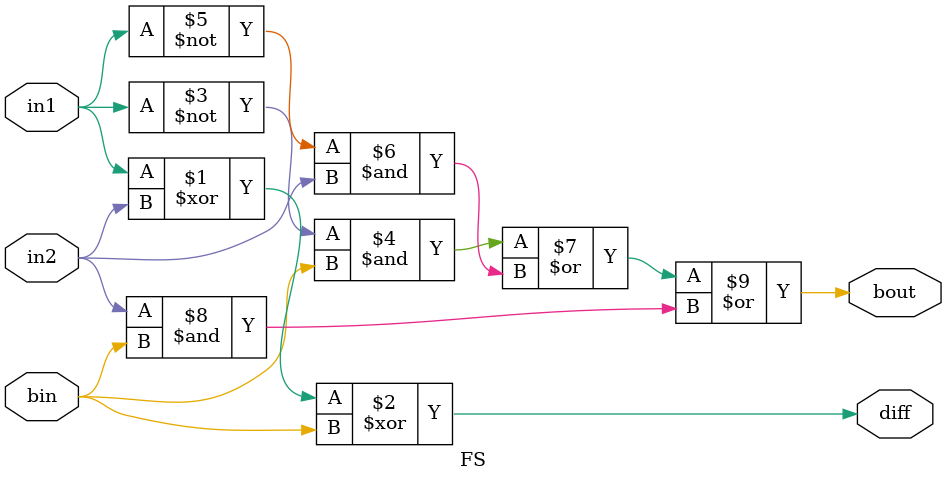
<source format=v>


// input              clk, rst_n, in_valid;
// input       [1:0]   mode;
// input       [7:0]   xi, yi;  

// output reg          out_valid;
// output reg  [7:0]   xo, yo;
// //==============================================//
// //             Parameter and Integer            //
// //==============================================//
// parameter IDLE = 3'd0, INPUT = 3'd1, MODE0 = 3'd2, MODE1 = 3'd3, MODE2 = 3'd4 ;



// //==============================================//
// //            FSM State Declaration             //
// //==============================================//
// reg [2:0] curr_state, next_state ;

// //==============================================//
// //             reg & wire declaration           //
// //==============================================//
// reg signed [7:0] x_input [0:3] ;
// reg signed [7:0] y_input [0:3] ;
// reg [1:0] mode_input ;
// reg signed [8:0] count_row ;
// reg signed [7:0] out_row, out_col ;
 
// wire start_no_remainder, final_no_remainder ;
// wire signed [8:0] nominator, dominator_l, dominator_r ;
// wire signed [8:0] add_start_point1, add_final_point1 ;
// wire signed [8:0] add_start_point, add_final_point ;
// wire signed [7:0] start_point, final_point ;

// //==============================================//
// //             Current State Block              //
// //==============================================//
// always @ (posedge clk or negedge rst_n) begin 
	// if (!rst_n) curr_state <= IDLE ;
	// else curr_state <= next_state ;
// end


// //==============================================//
// //              Next State Block                //
// //==============================================//
// always @ (*) begin 
	// case (curr_state)
		// IDLE : next_state = (in_valid) ? INPUT : IDLE ; 
		
		// INPUT: begin 
			// if (in_valid) next_state = INPUT ;
			// else if (mode_input == 0) next_state = MODE0 ;
			// else if (mode_input == 1) next_state = MODE1 ;
			// else next_state = MODE2 ;
		// end
		// MODE0: begin 
			// if (out_row == y_input[3] && out_col == final_point) next_state = IDLE ;
			// else next_state = MODE0 ;
		// end
		// MODE1: begin
			// next_state = IDLE ;
		// end
		// MODE2 : begin 
			// next_state = IDLE ;
		// end
		// default : next_state = IDLE ;
	// endcase 
// end

// //==============================================//
// //                  Input Block                 //
// //==============================================//

// // x_input[0:3] => xdr, xdl, xur, xul / d1, c1, b1, a1
// // y_input[0:3] => yd, yd, yu, yu     / d2, c2, b2, a2
// always @ (posedge  clk or negedge rst_n) begin 
	// if (!rst_n) begin 
		// x_input[0] <= 0 ;
		// y_input[0] <= 0 ;
		// x_input[1] <= 0 ;
		// y_input[1] <= 0 ;
		// x_input[2] <= 0 ;
		// y_input[2] <= 0 ;
		// x_input[3] <= 0 ;
		// y_input[3] <= 0 ;
		// mode_input <= 0 ;
	// end
	// else if (in_valid) begin 
		// x_input[0] <= xi ;
		// y_input[0] <= yi ;
		// x_input[1] <= x_input[0] ;
		// y_input[1] <= y_input[0] ;
		// x_input[2] <= x_input[1] ;
		// y_input[2] <= y_input[1] ;
		// x_input[3] <= x_input[2] ;
		// y_input[3] <= y_input[2] ;
		// mode_input <= mode ;
	// end
	// else begin 
		// x_input[0] <= x_input[0] ;
		// y_input[0] <= y_input[0] ;
		// x_input[1] <= x_input[1] ;
		// y_input[1] <= y_input[1] ;
		// x_input[2] <= x_input[2] ;
		// y_input[2] <= y_input[2] ;
		// x_input[3] <= x_input[3] ;
		// y_input[3] <= y_input[3] ;
		// mode_input <= mode_input ;
	// end
// end

// //==============================================//
// //              Calculation Block1              //
// //==============================================//
// always @ (posedge clk or negedge rst_n) begin 
	// if (!rst_n) count_row <= 0 ;
	// else if ( next_state == IDLE) count_row <= 0 ;
	// else if (out_col == final_point) count_row <= count_row + 1 ;
	// else count_row <= count_row ;
// end

// always @ (posedge clk or negedge rst_n) begin 
	// if (!rst_n) out_row <= 0 ;
	// else if ( next_state == IDLE) out_row <= 0 ;
	// else if (next_state == INPUT) out_row <= yi ; // initial start row to bottom 
	// else if (out_col == final_point) out_row <= out_row + 1 ;
	// else out_row <= out_row ;
// end

// always @ (posedge clk or negedge rst_n) begin 
	// if (!rst_n) out_col <= 0 ;
	// else if (next_state == INPUT || next_state == IDLE) out_col <= 0 ;
	// else if (curr_state == INPUT) out_col <= x_input[1] ;
	// else if (out_col != final_point) out_col <= out_col + 1 ;
	// else out_col <= start_point ;
// end

// Cal_Slope   c0 (x_input[3], x_input[1], x_input[2], x_input[0], y_input[2], y_input[1], nominator, dominator_r, dominator_l) ;
// row_slope   r0 (nominator, dominator_l, (count_row + 9'd1), add_start_point1, start_no_remainder) ;
// row_slope   r1 (nominator, dominator_r, count_row, add_final_point1, final_no_remainder) ;
// assign add_start_point = (nominator[8] == dominator_l[8] || start_no_remainder) ? add_start_point1 : add_start_point1 - 1 ;
// assign add_final_point = (nominator[8] == dominator_r[8] || final_no_remainder) ? add_final_point1 : add_final_point1 - 1 ;
// assign start_point = x_input[1] + add_start_point ;
// assign final_point = x_input[0] + add_final_point ;


// //==============================================//
// //              Calculation Block2              //
// //==============================================//

// wire signed [8:0] a1_minus, a2_minus ;
// wire signed [7:0] a1_target, a2_target ;
// wire signed [7:0] mux_out1, mux_out2 ;
// wire signed [8:0] b2_minus_d2, b1_minus_d1 ;
// wire signed [8:0] multi_target1, multi_target2 ;
// wire signed [7:0] twos_comple ;
// wire signed [16:0] multi_result1, multi_result2 ;
// wire signed [16:0] add_result ;
// wire signed [15:0] final_result ;
// wire signed [11:0] poly_c ; 
// wire signed [15:0] square_c1_minus_d1, square_c2_minus_d2 ;
// wire signed [15:0] square_a, square_b ;
// wire signed [15:0] dominator ;
// wire signed [30:0] dominator_squ ;
// wire signed [30:0] compare ;

// assign a1_target = (mode_input == 1) ? x_input[2] : x_input[1] ;
// assign a2_target = (mode_input == 1) ? y_input[2] : y_input[1] ;
// assign a1_minus = a1_target - x_input[3] ;
// assign a2_minus = a2_target - y_input[3] ;
// assign mux_out1 = (mode_input == 1) ? y_input[1] : y_input[2] ;
// assign mux_out2 = (mode_input == 1) ? x_input[1] : x_input[2] ;
// assign b2_minus_d2 = mux_out1 - y_input[0] ;
// assign b1_minus_d1 = mux_out2 - x_input[0] ;
// assign multi_target1 = (mode_input == 1) ? y_input[3] : b2_minus_d2 ;
// assign multi_target2 = (mode_input == 1) ? x_input[3] : b1_minus_d1 ;
// assign multi_result1 = multi_target1 * a1_minus ;
// assign multi_result2 = multi_target2 * a2_minus ;
// assign add_result = multi_result1 - multi_result2 ;
// assign final_result = (add_result[16] == 1) ? (~(add_result) + 1) >> 1 : add_result >> 1 ;
// assign poly_c = ~(add_result[11:0]) + 1 ;
// // square_LUT s0 (.in(b2_minus_d2), .squ_out(square_c2_minus_d2)) ;
// // square_LUT s1 (.in(b1_minus_d1), .squ_out(square_c1_minus_d1)) ;
// // square_LUT s2 (.in(a1_minus), .squ_out(square_a)) ;
// // square_LUT s3 (.in(a2_minus), .squ_out(square_b)) ;
// assign square_c2_minus_d2 = b2_minus_d2 * b2_minus_d2 ;
// assign square_c1_minus_d1 = b1_minus_d1 * b1_minus_d1 ;
// assign square_a = a1_minus * a1_minus ;
// assign square_b = a2_minus * a2_minus ;
// assign dominator = (a2_minus * x_input[1]) - (a1_minus * y_input[1]) - poly_c ;
// assign dominator_squ = dominator * dominator ;
// assign compare = (square_a + square_b) * (square_c1_minus_d1 + square_c2_minus_d2) ;


// //==============================================//
// //              Calculation Block3              //
// //==============================================//





// //==============================================//
// //                Output Block                  //
// //==============================================//

// always @ (posedge clk or negedge rst_n) begin 
	// if (!rst_n) out_valid <= 0 ;
	// else if (curr_state == MODE0 || next_state == MODE1 || next_state == MODE2) out_valid <= 1 ;
	// else out_valid <= 0 ;
// end

// always @ (posedge clk or negedge rst_n) begin 
	// if (!rst_n) begin 
		// xo <= 0 ;
		// yo <= 0 ;
	// end
	// else if (curr_state == MODE0) begin 
		// xo <= out_col ;
		// yo <= out_row ;
	// end
	// else if (next_state == MODE1) begin
		// if (dominator_squ > compare) begin 
			// xo <= 0 ;
			// yo <= 0 ;
		// end
		// else if (dominator_squ == compare) begin 
			// xo <= 0 ;
			// yo <= 2 ;
		// end
		// else begin 
			// xo <= 0 ;
			// yo <= 1 ;
		// end
	// end
	// else if (next_state == MODE2) begin 
		// xo <= final_result[15:8] ;
		// yo <= final_result[7:0] ;
	// end
	// else begin 
		// xo <= 0 ;
		// yo <= 0 ;
	// end
// end

// endmodule 


// module Cal_Slope (xul, xdl, xur, xdr, yu, yd, nominator, dominator_r, dominator_l) ;

// input  signed [7:0] xul, xdl, xur, xdr, yu, yd ;
// output signed [8:0] nominator, dominator_l, dominator_r ;

// assign nominator = yd - yu ;
// assign dominator_l =  xdl - xul ;
// assign dominator_r = xdr - xur ;

// endmodule

// module row_slope (nominator, dominator, row_count, add_point, no_remainder) ;

// input  signed [8:0] nominator, dominator ;
// input  signed [8:0] row_count ;
// output signed [8:0] add_point ;
// output no_remainder ;

// wire signed [18:0] temp ;

// assign temp = (dominator * row_count) ;
// assign add_point = temp / nominator ;
// assign no_remainder = (temp % nominator == 0) ? 1 : 0 ; 

// endmodule

// module square_LUT (in, squ_out) ;

// input  signed [7:0] in ;
// output reg [15:0] squ_out ;

// always @ (*) begin 
	// case (in)
		// -8'd1, 8'd1 : squ_out= 1 ;
		// -8'd2, 8'd2 : squ_out = 4 ; 
		// -8'd3, 8'd3 : squ_out= 9 ;
		// -8'd4, 8'd4 : squ_out = 16 ;
		// -8'd5, 8'd5 : squ_out= 25 ;
		// -8'd6, 8'd6 : squ_out = 36 ;
		// -8'd7, 8'd7 : squ_out= 49 ;
		// -8'd8, 8'd8 : squ_out = 64 ;
		// -8'd9, 8'd9 : squ_out= 81 ;
		// -8'd10, 8'd10 : squ_out = 100 ;
		// -8'd11, 8'd11 : squ_out= 121 ;
		// -8'd12, 8'd12 : squ_out = 144 ;
		// -8'd13, 8'd13 : squ_out= 169 ;
		// -8'd14, 8'd14 : squ_out = 196 ;
		// -8'd15, 8'd15 : squ_out= 225 ;
		// -8'd16, 8'd16 : squ_out = 256 ;
		// -8'd17, 8'd17 : squ_out= 289 ;
		// -8'd18, 8'd18 : squ_out = 324 ;
		// -8'd19, 8'd19 : squ_out = 361 ;
		// -8'd20, 8'd20 : squ_out = 400 ;
		// -8'd21, 8'd21 : squ_out= 441 ;
		// -8'd22, 8'd22 : squ_out = 484 ;
		// -8'd23, 8'd23 : squ_out= 529 ;
		// -8'd24, 8'd24 : squ_out = 576 ;
		// -8'd25, 8'd25 : squ_out= 625 ;
		// -8'd26, 8'd26 : squ_out = 676 ;
		// -8'd27, 8'd27 : squ_out= 729 ;
		// -8'd28, 8'd28 : squ_out = 784 ;
		// -8'd29, 8'd29 : squ_out = 841 ;
		// -8'd30, 8'd30 : squ_out = 900 ;
		// -8'd31, 8'd31 : squ_out= 961 ;
		// -8'd32, 8'd32 : squ_out = 1024 ;
		// -8'd33, 8'd33 : squ_out= 1089 ;
		// -8'd34, 8'd34 : squ_out = 1156 ;
		// -8'd35, 8'd35 : squ_out= 1225 ;
		// -8'd36, 8'd36 : squ_out = 1296 ;
		// -8'd37, 8'd37 : squ_out= 1369 ;
		// -8'd38, 8'd38 : squ_out = 1444 ;
		// -8'd39, 8'd39 : squ_out = 1521 ;
		// -8'd40, 8'd40 : squ_out = 1600 ;
		// -8'd41, 8'd41 : squ_out= 1681 ;
		// -8'd42, 8'd42 : squ_out = 1764 ;
		// -8'd43, 8'd43 : squ_out= 1849 ;
		// -8'd44, 8'd44 : squ_out = 1936 ;
		// -8'd45, 8'd45 : squ_out= 2025 ;
		// -8'd46, 8'd46 : squ_out = 2116 ;
		// -8'd47, 8'd47 : squ_out= 2209 ;
		// -8'd48, 8'd48 : squ_out = 2304 ;
		// -8'd49, 8'd49 : squ_out = 2401 ;
		// default : squ_out = 0 ;
	// endcase
// end



// endmodule
















module CC(
    //Input Port
    clk,
    rst_n,
	in_valid,
	mode,
    xi,
    yi,

    //Output Port
    out_valid,
	xo,
	yo
    );

input              clk, rst_n, in_valid;
input       [1:0]   mode;
input       [7:0]   xi, yi;  

output reg          out_valid;
output reg  [7:0]   xo, yo;
//==============================================//
//             Parameter and Integer            //
//==============================================//
parameter IDLE = 3'd0, INPUT = 3'd1, MODE0 = 3'd2, MODE1 = 3'd3, MODE2 = 3'd4 ;



//==============================================//
//            FSM State Declaration             //
//==============================================//
reg [2:0] curr_state, next_state ;

//==============================================//
//             reg & wire declaration           //
//==============================================//
reg [1:0] mode_input ;
reg signed [7:0] x_input [0:3] ;
reg signed [7:0] y_input [0:3] ;
reg signed [7:0] start_count_row, final_count_row ;
reg signed [7:0] out_row, out_col ;

wire start_no_remainder, final_no_remainder ;
wire [8:0] pos_nominator, pos_dominator_l, pos_dominator_r ;
wire signed [8:0] nominator, dominator_l, dominator_r ;
reg  signed [7:0] add_start_point1, add_final_point1 ;
wire signed [7:0] temp_add_start_point, temp_add_final_point ;
wire signed [7:0] add_start_point, add_final_point ;
wire signed [7:0] start_point, final_point ;
wire signed [8:0] temp_ans1, temp_ans2 ;
wire signed [7:0] temp_ans3, temp_ans4 ;
wire signed [8:0] update_value_l, update_value_r ;
wire signed [8:0] remain_l, remain_r ;

//==============================================//
//             Current State Block              //
//==============================================//
always @ (posedge clk or negedge rst_n) begin 
	if (!rst_n) curr_state <= IDLE ;
	else curr_state <= next_state ;
end


//==============================================//
//              Next State Block                //
//==============================================//
always @ (*) begin 
	case (curr_state)
		IDLE : next_state = (in_valid) ? INPUT : IDLE ; 
		
		INPUT: begin 
			if (in_valid) next_state = INPUT ;
			else if (mode_input == 0) next_state = MODE0 ;
			else if (mode_input == 1) next_state = MODE1 ;
			else next_state = MODE2 ;
		end
		MODE0: begin 
			if (out_row == y_input[3] && out_col == final_point) next_state = IDLE ;
			else next_state = MODE0 ;
		end
		MODE1: begin
			next_state = IDLE ;
		end
		MODE2 : begin 
			next_state = IDLE ;
		end
		default : next_state = IDLE ;
	endcase 
end

//==============================================//
//                  Input Block                 //
//==============================================//

// x_input[0:3] => xdr, xdl, xur, xul / d1, c1, b1, a1
// y_input[0:3] => yd, yd, yu, yu     / d2, c2, b2, a2
always @ (posedge  clk or negedge rst_n) begin 
	if (!rst_n) begin 
		x_input[0] <= 0 ;
		y_input[0] <= 0 ;
		x_input[1] <= 0 ;
		y_input[1] <= 0 ;
		x_input[2] <= 0 ;
		y_input[2] <= 0 ;
		x_input[3] <= 0 ;
		y_input[3] <= 0 ;
		mode_input <= 0 ;
	end
	else if (in_valid) begin 
		x_input[0] <= xi ;
		y_input[0] <= yi ;
		x_input[1] <= x_input[0] ;
		y_input[1] <= y_input[0] ;
		x_input[2] <= x_input[1] ;
		y_input[2] <= y_input[1] ;
		x_input[3] <= x_input[2] ;
		y_input[3] <= y_input[2] ;
		mode_input <= mode ;
	end
	else begin 
		x_input[0] <= x_input[0] ;
		y_input[0] <= y_input[0] ;
		x_input[1] <= x_input[1] ;
		y_input[1] <= y_input[1] ;
		x_input[2] <= x_input[2] ;
		y_input[2] <= y_input[2] ;
		x_input[3] <= x_input[3] ;
		y_input[3] <= y_input[3] ;
		mode_input <= mode_input ;
	end
end

//==============================================//
//              Calculation Block1              //
//==============================================//
always @ (posedge clk or negedge rst_n) begin 
	if (!rst_n) start_count_row <= 0 ;
	else if (curr_state == IDLE) begin 
		start_count_row <= 0 ;
	end
	else if ((next_state == MODE0 && (curr_state == INPUT || out_col == final_point))) begin 
		if ((start_count_row + pos_dominator_l) >= pos_nominator) start_count_row <= remain_l ;
		else start_count_row <= start_count_row + pos_dominator_l ;
	end
	else begin 
		start_count_row <= start_count_row ;
	end
end

always @ (posedge clk or negedge rst_n) begin 
	if (!rst_n) final_count_row <= 0 ;
	else if (curr_state == INPUT) final_count_row <= 0 ;
	else if (out_col == final_point) begin 
		if ((final_count_row + pos_dominator_r) >= pos_nominator ) final_count_row <= remain_r ;
		else final_count_row <= final_count_row + pos_dominator_r ;
	end
	else begin 
		final_count_row <= final_count_row ;
	end
end

always @ (posedge clk or negedge rst_n) begin
	if (!rst_n) add_start_point1 <= 0 ;
	else if (curr_state == IDLE) begin 
		add_start_point1 <= 0 ;
	end
	else if ((next_state == MODE0 && (curr_state == INPUT || out_col == final_point))) begin 
		if ((start_count_row + pos_dominator_l) >= pos_nominator) begin 
			add_start_point1 <= add_start_point1 + update_value_l ;
		end
		else add_start_point1 <= add_start_point1 ;
	end
	else add_start_point1 <= add_start_point1 ; 
end

always @ (posedge clk or negedge rst_n) begin 
	if (!rst_n) add_final_point1 <= 0 ;
	else if (curr_state == INPUT) add_final_point1 <= 0 ; 
	else if (out_col == final_point) begin 
		if ((final_count_row + pos_dominator_r) >= pos_nominator ) begin 
			add_final_point1 <= add_final_point1 + update_value_r ;
		end
		else add_final_point1 <= add_final_point1 ;
	end
	else add_final_point1 <= add_final_point1 ;
end


always @ (posedge clk or negedge rst_n) begin 
	if (!rst_n) out_row <= 0 ;
	else if ( next_state == IDLE) out_row <= 0 ;
	else if (next_state == INPUT) out_row <= yi ; // initial start row to bottom 
	else if (out_col == final_point) out_row <= out_row + 1 ;
	else out_row <= out_row ;
end

always @ (posedge clk or negedge rst_n) begin 
	if (!rst_n) out_col <= 0 ;
	else if (next_state == INPUT) out_col <= x_input[0] ;
	else if (out_col != final_point) out_col <= out_col + 1 ;
	else out_col <= start_point ;
end

Cal_Slope   c0 (x_input[3], x_input[1], x_input[2], x_input[0], y_input[2], y_input[1], nominator, dominator_r, dominator_l) ;
assign pos_nominator = (nominator[8] == 1) ? -nominator : nominator ;
assign pos_dominator_l = (dominator_l[8] == 1) ? -dominator_l : dominator_l ;
assign pos_dominator_r = (dominator_r[8] == 1) ? -dominator_r : dominator_r ;
assign temp_ans1  = (start_count_row + pos_dominator_l) ;
assign temp_ans2  = (final_count_row + pos_dominator_r) ;
eight_divider e0 (.dividend(temp_ans1), .divisor(pos_nominator), .quotient(temp_ans3), .remain(remain_l)) ;
eight_divider e1 (.dividend(temp_ans2), .divisor(pos_nominator), .quotient(temp_ans4), .remain(remain_r)) ;
// assign temp_ans3 = temp_ans1 / pos_nominator ;
// assign temp_ans4 = temp_ans2 / pos_nominator ;
assign update_value_l  = (nominator[8] == dominator_l[8]) ? temp_ans3 : -temp_ans3 ;
assign update_value_r  = (nominator[8] == dominator_r[8]) ? temp_ans4 : -temp_ans4 ;

assign add_start_point = (nominator[8] == dominator_l[8] | start_count_row == 0) ? add_start_point1 : add_start_point1 - 1 ;
assign add_final_point = (nominator[8] == dominator_r[8] | final_count_row == 0) ? add_final_point1 : add_final_point1 - 1 ;
assign start_point = x_input[1] + add_start_point ;
assign final_point = x_input[0] + add_final_point ;


//==============================================//
//         Calculation Block2 & Block3          //
//==============================================//

wire signed [8:0] a1_minus, a2_minus ;
wire signed [7:0] a1_target, a2_target ;
wire signed [7:0] mux_out1, mux_out2 ;
wire signed [8:0] b2_minus_d2, b1_minus_d1 ;
wire signed [8:0] multi_target1, multi_target2 ;
wire signed [16:0] multi_result1, multi_result2 ;
wire signed [16:0] add_result ;
wire signed [16:0] final_result ;
wire signed [11:0] poly_c ; 
wire signed [12:0] square_c1_minus_d1, square_c2_minus_d2 ;
wire signed [12:0] square_a, square_b ;
wire signed [12:0] dominator ;
wire signed [24:0] dominator_squ ;
wire signed [24:0] compare ;
wire signed [16:0] temp_add ;
wire [5:0] temp_add1, temp_add2, temp_add3, temp_add4 ;

wire [5:0] pos_b2_minus_d2, pos_b1_minus_d1 ;
wire [5:0] pos_a1_minus, pos_a2_minus ;


assign a1_target = (mode_input == 1) ? x_input[2] : x_input[1] ;
assign a2_target = (mode_input == 1) ? y_input[2] : y_input[1] ;
assign a1_minus = a1_target - x_input[3] ;
assign a2_minus = a2_target - y_input[3] ;
assign mux_out1 = (mode_input == 1) ? y_input[1] : y_input[2] ;
assign mux_out2 = (mode_input == 1) ? x_input[1] : x_input[2] ;
assign b2_minus_d2 = mux_out1 - y_input[0] ;
assign b1_minus_d1 = mux_out2 - x_input[0] ;
assign multi_target1 = (mode_input == 1) ? y_input[3] : b2_minus_d2 ;
assign multi_target2 = (mode_input == 1) ? x_input[3] : b1_minus_d1 ;
assign multi_result1 = multi_target1 * a1_minus ;
assign multi_result2 = multi_target2 * a2_minus ;
assign add_result = multi_result1 - multi_result2 ;
Plus1 p0 (.in(~(add_result)), .out(temp_add)) ;
assign final_result = (add_result[16] == 1) ? temp_add[16:1] : add_result >> 1 ;
assign poly_c = ~(add_result[11:0]) + 1 ;

ninebit_Plus1 n0 (.in(~(a1_minus)), .out(temp_add1)) ;
ninebit_Plus1 n1 (.in(~(a2_minus)), .out(temp_add2)) ;
ninebit_Plus1 n2 (.in(~(b1_minus_d1)), .out(temp_add3)) ;
ninebit_Plus1 n3 (.in(~(b2_minus_d2)), .out(temp_add4)) ;
assign pos_a1_minus = (a1_minus[8] == 1) ? temp_add1 : a1_minus ;
assign pos_a2_minus = (a2_minus[8] == 1) ? temp_add2 : a2_minus ;
assign pos_b1_minus_d1 = (b1_minus_d1[8] == 1) ? temp_add3 : b1_minus_d1 ;
assign pos_b2_minus_d2 = (b2_minus_d2[8] == 1) ? temp_add4 : b2_minus_d2 ;
square_LUT s0 (.in(pos_b2_minus_d2), .squ_out(square_c2_minus_d2)) ;
square_LUT s1 (.in(pos_b1_minus_d1), .squ_out(square_c1_minus_d1)) ;
square_LUT s2 (.in(pos_a1_minus), .squ_out(square_a)) ;
square_LUT s3 (.in(pos_a2_minus), .squ_out(square_b)) ;
// assign square_c2_minus_d2 = pos_b2_minus_d2 * pos_b2_minus_d2 ;
// assign square_c1_minus_d1 = pos_b1_minus_d1 * pos_b1_minus_d1 ;
// assign square_a = pos_a1_minus * pos_a1_minus ;
// assign square_b = pos_a2_minus * pos_a2_minus ;
assign dominator = (a2_minus * x_input[1]) - (a1_minus * y_input[1]) - poly_c ;
assign dominator_squ = dominator * dominator ;
assign compare = (square_a + square_b) * (square_c1_minus_d1 + square_c2_minus_d2) ;

//==============================================//
//                Output Block                  //
//==============================================//

always @ (posedge clk or negedge rst_n) begin 
	if (!rst_n) out_valid <= 0 ;
	else if (next_state == MODE0 || curr_state == MODE0 || next_state == MODE1 || next_state == MODE2) out_valid <= 1 ;
	else out_valid <= 0 ;
end

always @ (posedge clk or negedge rst_n) begin 
	if (!rst_n) begin 
		xo <= 0 ;
		yo <= 0 ;
	end
	else if (next_state == MODE0 || curr_state == MODE0) begin 
		xo <= out_col ;
		yo <= out_row ;
	end
	else if (next_state == MODE1) begin
		if (dominator_squ > compare) begin 
			xo <= 0 ;
			yo <= 0 ;
		end
		else if (dominator_squ == compare) begin 
			xo <= 0 ;
			yo <= 2 ;
		end
		else begin 
			xo <= 0 ;
			yo <= 1 ;
		end
	end
	else if (next_state == MODE2) begin 
		xo <= final_result[15:8] ;
		yo <= final_result[7:0] ;
	end
	else begin 
		xo <= 0 ;
		yo <= 0 ;
	end
end

endmodule 


module Cal_Slope (xul, xdl, xur, xdr, yu, yd, nominator, dominator_r, dominator_l) ;

input  signed [7:0] xul, xdl, xur, xdr, yu, yd ;
output signed [8:0] nominator, dominator_l, dominator_r ;

assign nominator = yd - yu ;
assign dominator_l =  xdl - xul ;
assign dominator_r = xdr - xur ;

endmodule

module square_LUT (in, squ_out) ;

input  signed [5:0] in ;
output reg signed [12:0] squ_out ;

always @ (*) begin 
	case (in)
		6'd1 : squ_out= 1 ;
		6'd2 : squ_out = 4 ; 
		6'd3 : squ_out= 9 ;
		6'd4 : squ_out = 16 ;
		6'd5 : squ_out= 25 ;
		6'd6 : squ_out = 36 ;
		6'd7 : squ_out= 49 ;
		6'd8 : squ_out = 64 ;
		6'd9 : squ_out= 81 ;
		6'd10 : squ_out = 100 ;
		6'd11 : squ_out= 121 ;
		6'd12 : squ_out = 144 ;
		6'd13 : squ_out= 169 ;
		6'd14 : squ_out = 196 ;
		6'd15 : squ_out= 225 ;
		6'd16 : squ_out = 256 ;
		6'd17 : squ_out= 289 ;
		6'd18 : squ_out = 324 ;
		6'd19 : squ_out = 361 ;
		6'd20 : squ_out = 400 ;
		6'd21 : squ_out= 441 ;
		6'd22 : squ_out = 484 ;
		6'd23 : squ_out= 529 ;
		6'd24 : squ_out = 576 ;
		6'd25 : squ_out= 625 ;
		6'd26 : squ_out = 676 ;
		6'd27 : squ_out= 729 ;
		6'd28 : squ_out = 784 ;
		6'd29 : squ_out = 841 ;
		6'd30 : squ_out = 900 ;
		6'd31 : squ_out= 961 ;
		6'd32 : squ_out = 1024 ;
		6'd33 : squ_out= 1089 ;
		6'd34 : squ_out = 1156 ;
		6'd35 : squ_out= 1225 ;
		6'd36 : squ_out = 1296 ;
		6'd37 : squ_out= 1369 ;
		6'd38 : squ_out = 1444 ;
		6'd39 : squ_out = 1521 ;
		6'd40 : squ_out = 1600 ;
		6'd41 : squ_out= 1681 ;
		6'd42 : squ_out = 1764 ;
		6'd43 : squ_out= 1849 ;
		6'd44 : squ_out = 1936 ;
		6'd45 : squ_out= 2025 ;
		6'd46 : squ_out = 2116 ;
		6'd47 : squ_out= 2209 ;
		6'd48 : squ_out = 2304 ;
		6'd49 : squ_out = 2401 ;
		6'd50 : squ_out = 2500 ;
		6'd51 : squ_out= 2601 ;
		6'd52 : squ_out = 2704 ;
		6'd53 : squ_out= 2809 ;
		6'd54 : squ_out = 2916 ;
		6'd55 : squ_out= 3025 ;
		6'd56 : squ_out = 3136 ;
		6'd57 : squ_out= 3249 ;
		6'd58 : squ_out = 3364 ;
		6'd59 : squ_out = 3481 ;
		6'd60 : squ_out = 3600 ;
		6'd61 : squ_out= 3721 ;
		6'd62 : squ_out = 3844 ;
		6'd63 : squ_out= 3969 ;
		default : squ_out = 0 ;
	endcase
end
endmodule

module ninebit_Plus1 (in, out) ;

input [8:0] in ;
output [5:0] out ;

wire [5:0] cin ;

FA f0 (.in1(in[0]), .in2(1'b1), .cin(1'b0), .sum(out[0]), .cout(cin[0])) ;
FA f1 (.in1(in[1]), .in2(1'b0), .cin(cin[0]), .sum(out[1]), .cout(cin[1])) ;
FA f2 (.in1(in[2]), .in2(1'b0), .cin(cin[1]), .sum(out[2]), .cout(cin[2])) ;
FA f3 (.in1(in[3]), .in2(1'b0), .cin(cin[2]), .sum(out[3]), .cout(cin[3])) ;
FA f4 (.in1(in[4]), .in2(1'b0), .cin(cin[3]), .sum(out[4]), .cout(cin[4])) ;
FA f5 (.in1(in[5]), .in2(1'b0), .cin(cin[4]), .sum(out[5]), .cout(cin[5])) ;
endmodule


module eight_divider (dividend, divisor, quotient, remain) ;

input  [8:0]  dividend ;
input  [8:0]  divisor ;
output [7:0]  quotient ;
output [8:0]  remain ;

wire [8:0] remain0, remain1, remain2, remain3, remain4, remain5, remain6, remain7 ;

assign quotient[7] = (divisor > dividend[8:7]) ? 0 : 1 ;
assign remain0 = (quotient[7] == 1) ? dividend[8:7] - divisor : dividend[8:7] ;
assign quotient[6] = (divisor > {remain0, dividend[6]}) ? 0 : 1 ;
assign remain1 = (quotient[6] == 1) ? {remain0, dividend[6]} - divisor : {remain0, dividend[6]} ;
assign quotient[5] = (divisor > {remain1, dividend[5]}) ? 0 : 1 ;
assign remain2 = (quotient[5] == 1) ? {remain1, dividend[5]} - divisor : {remain1, dividend[5]} ;
assign quotient[4] = (divisor > {remain2, dividend[4]}) ? 0 : 1 ;
assign remain3 = (quotient[4] == 1) ? {remain2, dividend[4]} - divisor : {remain2, dividend[4]} ;
assign quotient[3] = (divisor > {remain3, dividend[3]}) ? 0 : 1 ;
assign remain4 = (quotient[3] == 1) ? {remain3, dividend[3]} - divisor : {remain3, dividend[3]} ;
assign quotient[2] = (divisor > {remain4, dividend[2]}) ? 0 : 1 ;
assign remain5 = (quotient[2] == 1) ? {remain4, dividend[2]} - divisor : {remain4, dividend[2]} ;
assign quotient[1] = (divisor > {remain5, dividend[1]}) ? 0 : 1 ;
assign remain6 = (quotient[1] == 1) ? {remain5, dividend[1]} - divisor : {remain5, dividend[1]} ;
assign quotient[0] = (divisor > {remain6, dividend[0]}) ? 0 : 1 ;
assign remain = (quotient[0] == 1) ? {remain6, dividend[0]} - divisor : {remain6, dividend[0]} ;

endmodule

module Plus1 (in, out) ;

input [16:0] in ;
output [16:0] out ;

wire [16:0] cin ;

FA f0 (.in1(in[0]), .in2(1'b1), .cin(1'b0), .sum(out[0]), .cout(cin[0])) ;
FA f1 (.in1(in[1]), .in2(1'b0), .cin(cin[0]), .sum(out[1]), .cout(cin[1])) ;
FA f2 (.in1(in[2]), .in2(1'b0), .cin(cin[1]), .sum(out[2]), .cout(cin[2])) ;
FA f3 (.in1(in[3]), .in2(1'b0), .cin(cin[2]), .sum(out[3]), .cout(cin[3])) ;
FA f4 (.in1(in[4]), .in2(1'b0), .cin(cin[3]), .sum(out[4]), .cout(cin[4])) ;
FA f5 (.in1(in[5]), .in2(1'b0), .cin(cin[4]), .sum(out[5]), .cout(cin[5])) ;
FA f6 (.in1(in[6]), .in2(1'b0), .cin(cin[5]), .sum(out[6]), .cout(cin[6])) ;
FA f7 (.in1(in[7]), .in2(1'b0), .cin(cin[6]), .sum(out[7]), .cout(cin[7])) ;
FA f8 (.in1(in[8]), .in2(1'b0), .cin(cin[7]), .sum(out[8]), .cout(cin[8])) ;
FA f9 (.in1(in[9]), .in2(1'b0), .cin(cin[8]), .sum(out[9]), .cout(cin[9])) ;
FA f10 (.in1(in[10]), .in2(1'b0), .cin(cin[9]), .sum(out[10]), .cout(cin[10])) ;
FA f11 (.in1(in[11]), .in2(1'b0), .cin(cin[10]), .sum(out[11]), .cout(cin[11])) ;
FA f12 (.in1(in[12]), .in2(1'b0), .cin(cin[11]), .sum(out[12]), .cout(cin[12])) ;
FA f13 (.in1(in[13]), .in2(1'b0), .cin(cin[12]), .sum(out[13]), .cout(cin[13])) ;
FA f14 (.in1(in[14]), .in2(1'b0), .cin(cin[13]), .sum(out[14]), .cout(cin[14])) ;
FA f15 (.in1(in[15]), .in2(1'b0), .cin(cin[14]), .sum(out[15]), .cout(out[16])) ;

endmodule

module eight_bit_sub (ina, inb, out) ;

input  [7:0] ina, inb ;
output [7:0] out ;



endmodule

module FA (in1, in2, cin, sum, cout) ;

input in1, in2, cin ;
output sum, cout ;

assign sum = in1 ^ in2 ^ cin ;
assign cout = (in1 & in2) | (in1 & cin) | (in2 & cin) ;

endmodule

module FS (in1, in2, bin, diff, bout) ;

input  in1, in2, bin ;
output diff, bout ;

assign diff = in1 ^ in2 ^ bin ;
assign bout = (~in1 & bin) | (~in1 & in2) | (in2 & bin) ;

endmodule

</source>
